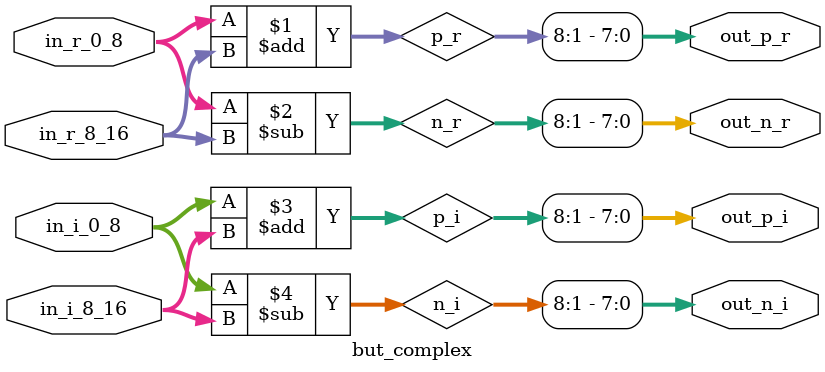
<source format=v>

`timescale 1ns/1fs
module but_complex #(parameter IN_W = 8, OUT_W = 8)(
    input   wire    signed  [IN_W-1:0]    in_r_0_8,
    input   wire    signed  [IN_W-1:0]    in_r_8_16,
    
    input   wire    signed  [IN_W-1:0]    in_i_0_8,
    input   wire    signed  [IN_W-1:0]    in_i_8_16,

    output  wire    signed  [OUT_W-1:0]    out_p_r,
    output  wire    signed  [OUT_W-1:0]    out_n_r,

    output  wire    signed  [OUT_W-1:0]    out_p_i,
    output  wire    signed  [OUT_W-1:0]    out_n_i
	);

    
    wire signed [IN_W:0] p_r, n_r, p_i, n_i;

    assign  p_r  = in_r_0_8 + in_r_8_16   ;
    assign  n_r  = in_r_0_8 - in_r_8_16   ;

    assign  p_i  = in_i_0_8 + in_i_8_16   ;
    assign  n_i  = in_i_0_8 - in_i_8_16   ;

    assign out_p_r = p_r[IN_W:IN_W-OUT_W+1];
    assign out_n_r = n_r[IN_W:IN_W-OUT_W+1];
    
    assign out_p_i = p_i[IN_W:IN_W-OUT_W+1];
    assign out_n_i = n_i[IN_W:IN_W-OUT_W+1];



endmodule

</source>
